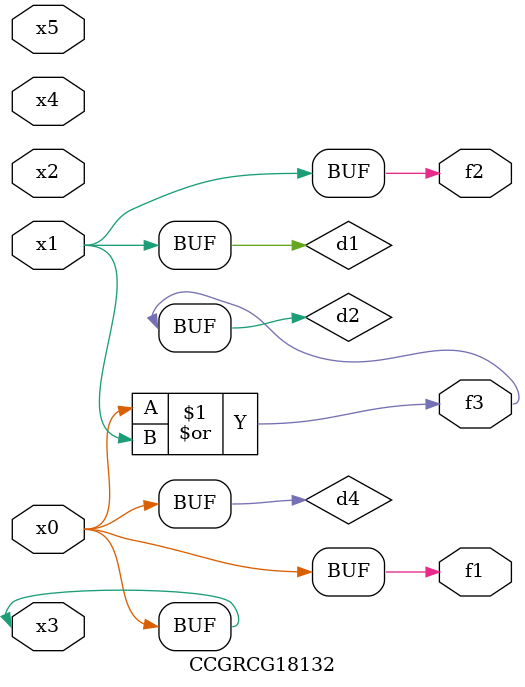
<source format=v>
module CCGRCG18132(
	input x0, x1, x2, x3, x4, x5,
	output f1, f2, f3
);

	wire d1, d2, d3, d4;

	and (d1, x1);
	or (d2, x0, x1);
	nand (d3, x0, x5);
	buf (d4, x0, x3);
	assign f1 = d4;
	assign f2 = d1;
	assign f3 = d2;
endmodule

</source>
